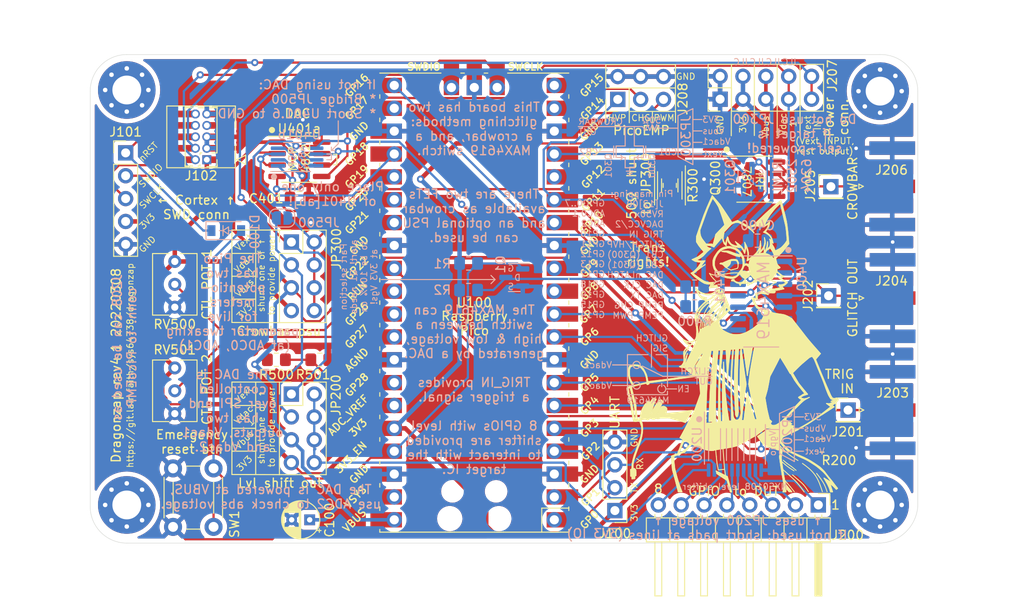
<source format=kicad_pcb>
(kicad_pcb (version 20211014) (generator pcbnew)

  (general
    (thickness 1.6)
  )

  (paper "A4")
  (title_block
    (rev "4")
  )

  (layers
    (0 "F.Cu" signal)
    (31 "B.Cu" signal)
    (32 "B.Adhes" user "B.Adhesive")
    (33 "F.Adhes" user "F.Adhesive")
    (34 "B.Paste" user)
    (35 "F.Paste" user)
    (36 "B.SilkS" user "B.Silkscreen")
    (37 "F.SilkS" user "F.Silkscreen")
    (38 "B.Mask" user)
    (39 "F.Mask" user)
    (40 "Dwgs.User" user "User.Drawings")
    (41 "Cmts.User" user "User.Comments")
    (42 "Eco1.User" user "User.Eco1")
    (43 "Eco2.User" user "User.Eco2")
    (44 "Edge.Cuts" user)
    (45 "Margin" user)
    (46 "B.CrtYd" user "B.Courtyard")
    (47 "F.CrtYd" user "F.Courtyard")
    (48 "B.Fab" user)
    (49 "F.Fab" user)
  )

  (setup
    (stackup
      (layer "F.SilkS" (type "Top Silk Screen"))
      (layer "F.Paste" (type "Top Solder Paste"))
      (layer "F.Mask" (type "Top Solder Mask") (thickness 0.01))
      (layer "F.Cu" (type "copper") (thickness 0.035))
      (layer "dielectric 1" (type "core") (thickness 1.51) (material "FR4") (epsilon_r 4.5) (loss_tangent 0.02))
      (layer "B.Cu" (type "copper") (thickness 0.035))
      (layer "B.Mask" (type "Bottom Solder Mask") (thickness 0.01))
      (layer "B.Paste" (type "Bottom Solder Paste"))
      (layer "B.SilkS" (type "Bottom Silk Screen"))
      (copper_finish "None")
      (dielectric_constraints no)
    )
    (pad_to_mask_clearance 0)
    (pcbplotparams
      (layerselection 0x00010fc_ffffffff)
      (disableapertmacros false)
      (usegerberextensions false)
      (usegerberattributes true)
      (usegerberadvancedattributes true)
      (creategerberjobfile true)
      (svguseinch false)
      (svgprecision 6)
      (excludeedgelayer true)
      (plotframeref false)
      (viasonmask false)
      (mode 1)
      (useauxorigin false)
      (hpglpennumber 1)
      (hpglpenspeed 20)
      (hpglpendiameter 15.000000)
      (dxfpolygonmode true)
      (dxfimperialunits true)
      (dxfusepcbnewfont true)
      (psnegative false)
      (psa4output false)
      (plotreference true)
      (plotvalue true)
      (plotinvisibletext false)
      (sketchpadsonfab false)
      (subtractmaskfromsilk false)
      (outputformat 1)
      (mirror false)
      (drillshape 0)
      (scaleselection 1)
      (outputdirectory "gerbers-rev4/")
    )
  )

  (net 0 "")
  (net 1 "GND")
  (net 2 "+3V3")
  (net 3 "+3.3VADC")
  (net 4 "Net-(D100-Pad1)")
  (net 5 "GPIO0")
  (net 6 "GPIO1")
  (net 7 "/controller/SWDIO")
  (net 8 "/controller/SWCLK")
  (net 9 "unconnected-(J102-Pad8)")
  (net 10 "unconnected-(J102-Pad7)")
  (net 11 "unconnected-(J102-Pad6)")
  (net 12 "Net-(J200-Pad1)")
  (net 13 "Net-(J200-Pad2)")
  (net 14 "TRIG_IN")
  (net 15 "GLITCH_OUT")
  (net 16 "Net-(J200-Pad3)")
  (net 17 "ADC0")
  (net 18 "ADC1")
  (net 19 "Net-(J200-Pad4)")
  (net 20 "Net-(J200-Pad5)")
  (net 21 "Net-(J200-Pad6)")
  (net 22 "VCC_EXT")
  (net 23 "DAC_HI")
  (net 24 "CB1_G")
  (net 25 "CB2_G")
  (net 26 "GPIO_EN")
  (net 27 "MAX_SW_B")
  (net 28 "MAX_SW_A")
  (net 29 "MAX_EN")
  (net 30 "GPIO2")
  (net 31 "GPIO3")
  (net 32 "GPIO4")
  (net 33 "GPIO5")
  (net 34 "GPIO6")
  (net 35 "GLITCH_SIG")
  (net 36 "GPIO7")
  (net 37 "GPIO8")
  (net 38 "GPIO9")
  (net 39 "unconnected-(U100-Pad30)")
  (net 40 "DAC_nL")
  (net 41 "DAC_CLK")
  (net 42 "DAC_TX")
  (net 43 "EMERG_SHDN")
  (net 44 "~{EMERG_SHDN}")
  (net 45 "unconnected-(U100-Pad39)")
  (net 46 "Net-(J200-Pad7)")
  (net 47 "DAC_LO")
  (net 48 "CROWBAR")
  (net 49 "/gpio/TAR_VCCIO")
  (net 50 "Net-(J200-Pad8)")
  (net 51 "ADC2")
  (net 52 "PICOEMP_PWM")
  (net 53 "PICOEMP_CHG")
  (net 54 "VBUS")
  (net 55 "CB_VCC")

  (footprint "Resistor_SMD:R_0805_2012Metric_Pad1.20x1.40mm_HandSolder" (layer "F.Cu") (at 135.128 87.179 90))

  (footprint "Connector_Coaxial:SMA_Amphenol_132289_EdgeMount" (layer "F.Cu") (at 159.845 87.287))

  (footprint "MountingHole:MountingHole_3.2mm_M3_Pad_Via" (layer "F.Cu") (at 158.496 122.682))

  (footprint "Connector_PinHeader_2.54mm:PinHeader_2x04_P2.54mm_Vertical" (layer "F.Cu") (at 93.091 93.472))

  (footprint "Connector_PinHeader_2.54mm:PinHeader_2x05_P2.54mm_Vertical" (layer "F.Cu") (at 140.721 77.602 90))

  (footprint "Connector_PinHeader_2.54mm:PinHeader_1x01_P2.54mm_Vertical" (layer "F.Cu") (at 152.776 99.441))

  (footprint "Resistor_SMD:R_2010_5025Metric_Pad1.40x2.65mm_HandSolder" (layer "F.Cu") (at 135.128 87.179 90))

  (footprint "Connector_PinHeader_2.54mm:PinHeader_1x08_P2.54mm_Horizontal" (layer "F.Cu") (at 151.638 122.682 -90))

  (footprint "Connector_PinHeader_2.54mm:PinHeader_2x04_P2.54mm_Vertical" (layer "F.Cu") (at 93.091 110.363))

  (footprint "Potentiometer_THT:Potentiometer_Vishay_T73XW_Horizontal" (layer "F.Cu") (at 80.137 95.631))

  (footprint "Connector_PinHeader_2.54mm:PinHeader_1x01_P2.54mm_Vertical" (layer "F.Cu") (at 153.03 87.317))

  (footprint "Resistor_SMD:R_0805_2012Metric_Pad1.20x1.40mm_HandSolder" (layer "F.Cu") (at 152.035 116.078 180))

  (footprint "MCU_RaspberryPi_and_Boards:RPi_Pico_SMD_TH" (layer "F.Cu") (at 113.411 100.203 180))

  (footprint "Connector_PinHeader_1.27mm:PinHeader_2x05_P1.27mm_Vertical" (layer "F.Cu") (at 83.694 84.326 180))

  (footprint "lethalbit-connectors:FTSH-105-01-L-DV-K-TR" (layer "F.Cu") (at 83.059 81.786 90))

  (footprint "Resistor_SMD:R_0805_2012Metric_Pad1.20x1.40mm_HandSolder" (layer "F.Cu") (at 91.424 106.553))

  (footprint "Potentiometer_THT:Potentiometer_Vishay_T73XW_Horizontal" (layer "F.Cu") (at 80.137 107.457))

  (footprint "Resistor_SMD:R_2512_6332Metric_Pad1.40x3.35mm_HandSolder" (layer "F.Cu") (at 135.15 87.179 90))

  (footprint "Capacitor_SMD:C_0805_2012Metric_Pad1.18x1.45mm_HandSolder" (layer "F.Cu") (at 93.98 88.598819 180))

  (footprint "Capacitor_THT:CP_Radial_D4.0mm_P2.00mm" (layer "F.Cu") (at 95.123 124.333 180))

  (footprint "Resistor_SMD:R_1206_3216Metric_Pad1.30x1.75mm_HandSolder" (layer "F.Cu") (at 135.128 87.179 90))

  (footprint "MountingHole:MountingHole_3.2mm_M3_Pad_Via" (layer "F.Cu") (at 158.496 76.708))

  (footprint "Connector_PinHeader_2.54mm:PinHeader_1x01_P2.54mm_Vertical" (layer "F.Cu") (at 154.94 112.141))

  (footprint "graphics:xenia" (layer "F.Cu")
    (tedit 61C154B6) (tstamp baf18278-d51c-443e-9972-c8c9ba5d7493)
    (at 143.4789 104.902)
    (attr through_hole)
    (fp_text reference "XENIA" (at 0 0.5) (layer "F.SilkS") hide
      (effects (font (size 1 1) (thickness 0.15)))
      (tstamp 2ab096f1-5e2e-4948-88f7-ee80da352ce9)
    )
    (fp_text value "xenia" (at 0 -0.5) (layer "F.Fab")
      (effects (font (size 1 1) (thickness 0.15)))
      (tstamp fc47ad18-c916-4f04-8460-6a5fb9138c7e)
    )
    (fp_line (start -0.087449 -8.809657) (end 0.146027 -8.894909) (layer "F.SilkS") (width 0.1) (tstamp 00486478-893b-425b-a5bc-a7e44ca55943))
    (fp_line (start 2.120427 -10.202538) (end 2.241183 -10.185531) (layer "F.SilkS") (width 0.1) (tstamp 0234d303-1347-4357-9ac8-112e8e6ab5f3))
    (fp_line (start 4.330047 -6.234346) (end 4.089216 -6.498479) (layer "F.SilkS") (width 0.1) (tstamp 02d5be24-1036-4d78-b8b7-1b443d15e7c8))
    (fp_line (start 3.24756 9.045381) (end 3.4801 8.89316) (layer "F.SilkS") (width 0.1) (tstamp 0453b7e4-e0e7-4cb5-8648-bec6a813bdeb))
    (fp_line (start 0.260403 -6.891084) (end -0.332851 -6.886832) (layer "F.SilkS") (width 0.1) (tstamp 069f3316-bcd2-4604-a333-7165193738be))
    (fp_line (start -3.758068 -6.759273) (end -3.963863 -6.339774) (layer "F.SilkS") (width 0.1) (tstamp 087708f1-e1e9-4263-81e5-92e875871b86))
    (fp_line (start -9.297786 4.012324) (end -10.724534 4.222797) (layer "F.SilkS") (width 0.1) (tstamp 088a5abf-5280-4acd-9be5-182deee4161f))
    (fp_line (start 0.359176 -6.835298) (end 0.320909 -6.836064) (layer "F.SilkS") (width 0.1) (tstamp 09ddd339-86e0-4167-9e67-6513769a8304))
    (fp_line (start -11.079063 8.253324) (end -11.346087 8.129166) (layer "F.SilkS") (width 0.1) (tstamp 0a1dbe60-6997-4f4e-b4aa-4ec0085281f7))
    (fp_line (start 0.636957 -7.835127) (end 0.567013 -8.025403) (layer "F.SilkS") (width 0.1) (tstamp 0a9d52bd-4852-44a8-82f7-f0b2e974bf90))
    (fp_line (start 0.978307 -7.395325) (end 1.596288 -7.079446) (layer "F.SilkS") (width 0.1) (tstamp 0b28e9dc-79a6-45c1-9c4d-325ada2cc88d))
    (fp_line (start -0.023841 -7.012478) (end 0.260403 -6.891084) (layer "F.SilkS") (width 0.1) (tstamp 0b379b3e-c12a-4629-a430-1567b828b4a9))
    (fp_line (start -4.650002 0.989642) (end -3.764935 0.613726) (layer "F.SilkS") (width 0.1) (tstamp 0f956713-c3d9-4b4c-8b52-a74d6d57ce5b))
    (fp_line (start -0.40371 -6.811827) (end 0.321759 -6.836064) (layer "F.SilkS") (width 0.1) (tstamp 10fd1d94-746f-466c-84a0-aa85c04b7684))
    (fp_line (start 3.479802 11.455544) (end 3.948093 11.551703) (layer "F.SilkS") (width 0.1) (tstamp 1164e296-14e5-4a5e-b2f3-44f1d36e7550))
    (fp_line (start 2.98583 -11.581707) (end 2.741129 -11.748809) (layer "F.SilkS") (width 0.1) (tstamp 12ec9af5-fae0-487c-9f32-ec0f72c4cf1f))
    (fp_line (start -4.381109 -11.064391) (end -4.310739 -11.182596) (layer "F.SilkS") (width 0.1) (tstamp 13666fea-91c0-4fec-bb70-a04cdbcf337e))
    (fp_line (start -0.404795 0.395004) (end -0.462196 0.395218) (layer "F.SilkS") (width 0.1) (tstamp 1399d9fd-892e-4c6d-94d4-e65f4b8d90fb))
    (fp_line (start -1.858607 -3.896465) (end -3.018353 -2.837788) (layer "F.SilkS") (width 0.1) (tstamp 14127424-0f91-4793-8a8a-36511132b3fd))
    (fp_line (start -3.250381 11.652943) (end -2.433578 11.510927) (layer "F.SilkS") (width 0.1) (tstamp 1485f998-b07f-4385-8f35-cac19f2827b9))
    (fp_line (start -8.886174 7.308196) (end -8.901056 7.197645) (layer "F.SilkS") (width 0.1) (tstamp 156d07b6-f60e-459b-b98a-29b8c699efdc))
    (fp_line (start -12.551074 13.779714) (end -12.706696 13.860076) (layer "F.SilkS") (width 0.1) (tstamp 16a71bba-04ef-4283-a06b-f6e9ba8ea3c4))
    (fp_line (start -5.127987 3.687899) (end -5.047837 3.724891) (layer "F.SilkS") (width 0.1) (tstamp 16ec19e3-7b49-453e-80e4-246815f99f56))
    (fp_line (start 0.998035 -5.007568) (end 1.417534 -4.961009) (layer "F.SilkS") (width 0.1) (tstamp 18457aad-4f9d-4c40-a5cc-fb25084ce7be))
    (fp_line (start -5.027428 3.476363) (end -5.115231 3.542269) (layer "F.SilkS") (width 0.1) (tstamp 185cec19-d583-42a6-bbf6-9e4403a7b0ce))
    (fp_line (start -6.740291 2.002993) (end -6.697559 1.323252) (layer "F.SilkS") (width 0.1) (tstamp 19b8a416-d457-47c0-a7b0-da25cad6c5a1))
    (fp_line (start -0.007897 -7.388394) (end -0.050628 -7.071368) (layer "F.SilkS") (width 0.1) (tstamp 1c4a967a-d9ff-4163-bb2a-95ccc3501bb3))
    (fp_line (start -0.670522 -6.851881) (end -0.53786 -6.616024) (layer "F.SilkS") (width 0.1) (tstamp 1c5c7e2f-94b3-4b5e-b4ad-c0a6563fc67e))
    (fp_line (start -10.908538 4.337111) (end -10.835617 4.409819) (layer "F.SilkS") (width 0.1) (tstamp 1e0ba953-460b-4ddb-ba5b-e01c556e61f7))
    (fp_line (start 4.90149 16.307955) (end 5.210438 16.322837) (layer "F.SilkS") (width 0.1) (tstamp 1f5d8d4c-52db-4d4d-99bb-fd209dbbc195))
    (fp_line (start -1.262672 0.453299) (end -1.363656 0.468181) (layer "F.SilkS") (width 0.1) (tstamp 1f69b1f6-9fed-42d7-9e08-09f288c476bc))
    (fp_line (start 2.998458 8.928026) (end 2.798403 8.735837) (layer "F.SilkS") (width 0.1) (tstamp 1fb3f6bd-66d7-4a74-a144-ae01112ff895))
    (fp_line (start -2.982169 0.583537) (end -2.699243 0.577159) (layer "F.SilkS") (width 0.1) (tstamp 20a0f469-5ae6-4e36-8ff6-79100ece3f30))
    (fp_line (start 0.566716 -8.025531) (end 0.636661 -7.835255) (layer "F.SilkS") (width 0.1) (tstamp 21a2e357-9ad7-4e55-9783-020864723576))
    (fp_line (start -2.922258 -2.660056) (end -1.647369 -3.924825) (layer "F.SilkS") (width 0.1) (tstamp 23781219-648c-45af-8566-464b78a6f9ff))
    (fp_line (start -0.590372 -6.842654) (end -0.464088 -6.840528) (layer "F.SilkS") (width 0.1) (tstamp 23b5355a-334f-4bc1-a3a3-bcd5e8aabe03))
    (fp_line (start -0.271007 -9.616787) (end -0.136007 -9.641874) (layer "F.SilkS") (width 0.1) (tstamp 23f55bc5-218f-4c81-bcc4-297aa64fa0b2))
    (fp_line (start 7.736937 1.655947) (end 7.847488 1.605774) (layer "F.SilkS") (width 0.1) (tstamp 252382df-08a7-4b0b-8609-1072db1e998e))
    (fp_line (start -1.871555 -11.918931) (end -1.940225 -12.001419) (layer "F.SilkS") (width 0.1) (tstamp 2566906f-dee1-4d49-aa89-42683ad37200))
    (fp_line (start -2.231462 -13.327246) (end -3.235395 -12.265232) (layer "F.SilkS") (width 0.1) (tstamp 25b94296-ce9e-441c-ba5a-3999d9179a7f))
    (fp_line (start 4.695249 -11.592294) (end 4.867028 -11.229431) (layer "F.SilkS") (width 0.1) (tstamp 2609c5fc-6f5a-49bd-a40b-c12eaada5a92))
    (fp_line (start 4.588609 8.485737) (end 4.879742 8.498492) (layer "F.SilkS") (width 0.1) (tstamp 275e3c89-0d83-4a85-9571-5807c3e775e6))
    (fp_line (start 1.219052 9.973394) (end 1.334493 9.873048) (layer "F.SilkS") (width 0.1) (tstamp 276b13d7-0a57-419c-8da2-e837b16f8ff4))
    (fp_line (start 0.832973 -5.261113) (end 0.774721 -5.194995) (layer "F.SilkS") (width 0.1) (tstamp 27f73be5-5b6d-4dcd-9c2b-08178b3c0f10))
    (fp_line (start 3.878467 -6.660457) (end 3.824042 -6.69915) (layer "F.SilkS") (width 0.1) (tstamp 284e6dc9-3ac5-4cda-bd41-857fb98d4679))
    (fp_line (start -4.421864 -8.927692) (end -5.015118 -8.576139) (layer "F.SilkS") (width 0.1) (tstamp 28797dd3-5c25-40ea-9029-91b4bdf67bc8))
    (fp_line (start -6.053407 10.967866) (end -5.922871 11.018039) (layer "F.SilkS") (width 0.1) (tstamp 28d5ed17-1bf9-4c62-b49a-5fe63f5fcad7))
    (fp_line (start -3.125587 -6.648084) (end -3.692013 -6.537745) (layer "F.SilkS") (width 0.1) (tstamp 292a37f1-a8d7-4049-8d9e-d154cb6269d5))
    (fp_line (start -3.963863 -6.339774) (end -3.148187 -6.432892) (layer "F.SilkS") (width 0.1) (tstamp 29d26dd1-1c9b-4097-8348-63ab0c86a559))
    (fp_line (start -0.136007 -9.641597) (end -0.271007 -9.616511) (layer "F.SilkS") (width 0.1) (tstamp 2b1d77fe-f78d-4ff8-b505-0f28f2dbc7c6))
    (fp_line (start -2.567432 -10.399893) (end -2.567432 -10.400064) (layer "F.SilkS") (width 0.1) (tstamp 2d8c2e79-0ca6-4cac-bd97-7ed59984e6ca))
    (fp_line (start -3.612693 8.448277) (end -3.623323 8.650245) (layer "F.SilkS") (width 0.1) (tstamp 2db2a178-64e5-43fc-91c6-f6bb623ee10e))
    (fp_line (start 0.831253 0.253265) (end 1.081438 0.212021) (layer "F.SilkS") (width 0.1) (tstamp 2e9befe8-1ba6-44c4-8c0c-2f6b67d813e8))
    (fp_line (start -2.265074 13.818492) (end -2.151546 14.500359) (layer "F.SilkS") (width 0.1) (tstamp 2f15d41d-727f-4089-af4d-eed812228f8d))
    (fp_line (start -3.465554 0.613726) (end -2.982169 0.583537) (layer "F.SilkS") (width 0.1) (tstamp 2f4fca68-ad3d-42af-a65a-2dfd84c64f23))
    (fp_line (start 3.824042 -6.69915) (end 3.76579 -6.598166) (layer "F.SilkS") (width 0.1) (tstamp 2f8fab55-05ca-4686-80f5-c3c168b9b405))
    (fp_line (start 3.802463 11.057008) (end 4.193772 10.248454) (layer "F.SilkS") (width 0.1) (tstamp 2fa1b765-b805-47fc-bf33-7549704c7989))
    (fp_line (start 4.525042 15.474081) (end 4.581806 15.914436) (layer "F.SilkS") (width 0.1) (tstamp 318e2232-f227-48be-bc7e-28bc039cbe1a))
    (fp_line (start 0.320909 -6.836064) (end 0.323034 -6.596465) (layer "F.SilkS") (width 0.1) (tstamp 31dcfa14-92b3-40c0-9b7e-3e11dc0058e1))
    (fp_line (start -1.479203 -7.201053) (end -1.470699 -7.127281) (layer "F.SilkS") (width 0.1) (tstamp 321f985d-c802-49a4-b839-d957d45e8880))
    (fp_line (start -2.768188 -9.031568) (end -2.728921 -9.000571) (layer "F.SilkS") (width 0.1) (tstamp 328d1402-4958-47d2-b0f1-71018e3fb92d))
    (fp_line (start -0.523191 -6.729339) (end -0.516813 -6.620064) (layer "F.SilkS") (width 0.1) (tstamp 32e61bfc-d546-4722-ac49-cbb99c79a789))
    (fp_line (start -4.310717 -11.182319) (end -4.381087 -11.064115) (layer "F.SilkS") (width 0.1) (tstamp 3333a437-094a-4126-981c-1a90640c11d7))
    (fp_line (start -0.53786 -6.616024) (end -0.522978 -6.728701) (layer "F.SilkS") (width 0.1) (tstamp 33ea8dc4-877d-4756-9eec-56ecc269d0d6))
    (fp_line (start -2.42565 8.523069) (end -2.710361 8.529447) (layer "F.SilkS") (width 0.1) (tstamp 351d5969-2e3a-436e-a584-701985869a16))
    (fp_line (start -3.548467 -11.102808) (end -3.680278 -11.20443) (layer "F.SilkS") (width 0.1) (tstamp 36bf2b67-6c66-4f57-9dcc-180452d3e2dc))
    (fp_line (start -10.667452 4.294378) (end -10.705294 4.290126) (layer "F.SilkS") (width 0.1) (tstamp 38dc9787-3773-4a65-9eac-77f34d6df8dc))
    (fp_line (start -12.671829 14.588332) (end -12.551286 14.590458) (layer "F.SilkS") (width 0.1) (tstamp 3949f8f3-4972-460a-90a0-6906b5d7ca76))
    (fp_line (start 3.981279 10.706561) (end 3.921327 10.860227) (layer "F.SilkS") (width 0.1) (tstamp 3b861d3c-b38d-4322-b67b-d95ab0619cc6))
    (fp_line (start 9.914625 6.87845) (end 9.630849 6.725166) (layer "F.SilkS") (width 0.1) (tstamp 3bf5a303-d45e-4366-b8e2-9eef9aa4ea37))
    (fp_line (start -1.955062 14.629087) (end -1.482966 16.326622) (layer "F.SilkS") (width 0.1) (tstamp 3d234cf4-d2a0-4b1e-b0ed-33b40ca1bbce))
    (fp_line (start -2.482371 0.53921) (end -2.699349 0.578328) (layer "F.SilkS") (width 0.1) (tstamp 3d6a7394-0229-439d-98ea-24fb7b7d0870))
    (fp_line (start -5.819251 -0.058596) (end -5.782259 -0.164257) (layer "F.SilkS") (width 0.1) (tstamp 3ecd5e71-045c-45dd-959d-3e97c8e33089))
    (fp_line (start -3.785279 -2.270788) (end -4.94377 -1.700982) (layer "F.SilkS") (width 0.1) (tstamp 3f60471a-e684-4c40-916a-dc05757982ce))
    (fp_line (start 3.76579 -6.598166) (end 3.956065 -6.349596) (layer "F.SilkS") (width 0.1) (tstamp 3f775266-cc7f-49e6-b89d-e69ba5f3895e))
    (fp_line (start 3.761942 -7.448985) (end 4.562098 -6.916851) (layer "F.SilkS") (width 0.1) (tstamp 401fc27b-55c2-4d17-b7a9-17271cdee251))
    (fp_line (start -3.619092 -4.014223) (end -4.053048 -3.440186) (layer "F.SilkS") (width 0.1) (tstamp 41e173df-b769-4562-86b0-af2aff66057d))
    (fp_line (start 0.321759 -6.836064) (end 0.360027 -6.835298) (layer "F.SilkS") (width 0.1) (tstamp 43797be8-9d42-485f-bc6b-0544d45927b2))
    (fp_line (start 10.256122 6.014427) (end 10.165768 5.934065) (layer "F.SilkS") (width 0.1) (tstamp 4459b91b-d937-4427-a170-e7027c4df452))
    (fp_line (start -1.482966 16.326622) (end -1.613502 16.326622) (layer "F.SilkS") (width 0.1) (tstamp 46605a33-9342-4627-adea-08a0c3dd1775))
    (fp_line (start -2.364145 -5.272232) (end -2.325452 -5.192508) (layer "F.SilkS") (width 0.1) (tstamp 47476406-4d27-4820-aefe-eb91485cd792))
    (fp_line (start -1.200487 -7.170056) (end -1.200487 -7.170056) (layer "F.SilkS") (width 0.1) (tstamp 47bd3e42-5e60-4145-b4ff-ba2ead23635e))
    (fp_line (start -10.724534 4.222797) (end -10.772326 4.101105) (layer "F.SilkS") (width 0.1) (tstamp 487c4890-ae05-4d1e-8757-f717bdd9f770))
    (fp_line (start -1.29977 -7.131533) (end -0.950173 -6.910133) (layer "F.SilkS") (width 0.1) (tstamp 48f5ac3f-19ad-4208-9449-373c6d6bed43))
    (fp_line (start -0.419655 -9.922015) (end -0.584419 -9.95518) (layer "F.SilkS") (width 0.1) (tstamp 499f0043-d011-4c69-b76f-552cc2e709c0))
    (fp_line (start -10.859577 4.243461) (end -10.870207 4.151406) (layer "F.SilkS") (width 0.1) (tstamp 4b724a58-7782-4fb0-85bb-73cee8bfacec))
    (fp_line (start -3.623323 8.650245) (end -4.324302 8.722316) (layer "F.SilkS") (width 0.1) (tstamp 4c7ee18f-1e28-4990-b358-0d20ba5f3a19))
    (fp_line (start 2.278047 -6.178114) (end 2.254661 -6.053744) (layer "F.SilkS") (width 0.1) (tstamp 4cd7b6b4-85c9-4884-8f10-e79b6ed8c90b))
    (fp_line (start -10.857408 4.242058) (end -10.859577 4.243461) (layer "F.SilkS") (width 0.1) (tstamp 4cf1650d-f012-4b15-ad31-a94564f120f8))
    (fp_line (start 0.636661 -7.835255) (end 0.978307 -7.395325) (layer "F.SilkS") (width 0.1) (tstamp 4d1172a0-a1e6-4e5d-b676-3dfbdc70f814))
    (fp_line (start 4.368889 -7.671512) (end 4.228999 -7.648126) (layer "F.SilkS") (width 0.1) (tstamp 4ea04a5a-7a78-43fb-87d5-86eb2afcea5f))
    (fp_line (start 10.027621 6.192797) (end 10.256122 6.014427) (layer "F.SilkS") (width 0.1) (tstamp 51b18456-8852-4cce-ad37-628dd1c4103a))
    (fp_line (start 0.975627 -7.108827) (end 0.990509 -7.046749) (layer "F.SilkS") (width 0.1) (tstamp 52064152-4b25-4796-8ab1-2e49f3df562c))
    (fp_line (start 5.077543 8.647949) (end 4.922346 8.701524) (layer "F.SilkS") (width 0.1) (tstamp 53bc95a0-a6b5-4bd3-8806-205d384c6e1c))
    (fp_line (start -2.943709 -5.906668) (end -2.916242 -5.843484) (layer "F.SilkS") (width 0.1) (tstamp 54c05bf1-249d-4ed0-aee6-f8cef4715275))
    (fp_line (start 4.587334 8.28802) (end 4.484224 8.388366) (layer "F.SilkS") (width 0.1) (tstamp 54d05816-bdfa-450b-939f-fffbc2d3c01c))
    (fp_line (start -3.764935 0.613726) (end -3.465554 0.613726) (layer "F.SilkS") (width 0.1) (tstamp 56614d25-92fe-4928-ba13-f50ff5bf48ed))
    (fp_line (start 5.210438 16.322837) (end 4.525042 15.474081) (layer "F.SilkS") (width 0.1) (tstamp 57d20178-cd72-4cdf-a6b0-742aea76d37b))
    (fp_line (start -0.446932 -6.922464) (end -0.749927 -6.933093) (layer "F.SilkS") (width 0.1) (tstamp 58166378-73e4-4c77-abf1-b61da426c963))
    (fp_line (start -7.002722 16.306531) (end -7.404278 16.31157) (layer "F.SilkS") (width 0.1) (tstamp 5964804a-9ffe-4905-9f1b-c960fc5465a3))
    (fp_line (start -8.901056 7.197645) (end -8.941025 7.197645) (layer "F.SilkS") (width 0.1) (tstamp 59f58cc4-3f08-4913-804c-7831fc56d6da))
    (fp_line (start 1.092131 -7.182599) (end 0.975627 -7.108827) (layer "F.SilkS") (width 0.1) (tstamp 5ac91684-976e-43dc-b66d-88fa3cf7602b))
    (fp_line (start 7.847488 1.605774) (end 8.38802 0.97155) (layer "F.SilkS") (width 0.1) (tstamp 5c52001a-44b6-4827-8867-9a065693af27))
    (fp_line (start 5.416744 9.020209) (end 5.234122 9.134162) (layer "F.SilkS") (width 0.1) (tstamp 5c5e0318-a0e1-4f94-8225-4bad5445ea6d))
    (fp_line (start 9.500845 16.316587) (end 9.731897 16.316587) (layer "F.SilkS") (width 0.1) (tstamp 5cdfe313-8605-4373-9a45-7b9f1b58e8c5))
    (fp_line (start -12.612153 4.669636) (end -12.765862 4.730652) (layer "F.SilkS") (width 0.1) (tstamp 5d6e084a-605f-4d05-bcd6-23a747bd3e0e))
    (fp_line (start -5.125052 3.690641) (end -5.114422 3.531405) (layer "F.SilkS") (width 0.1) (tstamp 5e0252fd-2729-4e36-b2cc-c7766dba6189))
    (fp_line (start -12.765862 4.730652) (end -12.281945 6.716322) (layer "F.SilkS") (width 0.1) (tstamp 5e807c14-eb72-4699-ac5c-0e22b3b90689))
    (fp_line (start -3.415423 -5.326615) (end -3.508541 -5.332993) (layer "F.SilkS") (width 0.1) (tstamp 5ef3d067-71f0-41ac-ba39-98068649edc9))
    (fp_line (start -3.680278 -11.20443) (end -4.310717 -11.182319) (layer "F.SilkS") (width 0.1) (tstamp 600a3b4b-ae4b-4461-b5a0-b102a630e6e4))
    (fp_line (start -0.516813 -6.620064) (end -0.40371 -6.811827) (layer "F.SilkS") (width 0.1) (tstamp 606c3e55-7d61-412d-adac-41bf5f1f1a73))
    (fp_line (start -3.763999 0.614406) (end -4.65096 0.989557) (layer "F.SilkS") (width 0.1) (tstamp 61bd4437-060d-40c1-add9-cb29405c70c7))
    (fp_line (start -12.324316 14.531951) (end -12.328568 14.687573) (layer "F.SilkS") (width 0.1) (tstamp 61d9b81b-8499-4933-91ed-7a8972810007))
    (fp_line (start -6.730724 2.520138) (end -6.790889 2.401721) (layer "F.SilkS") (width 0.1) (tstamp 62b6ceae-4979-4c7f-9abb-9d942b9ab846))
    (fp_line (start -0.023819 -7.012265) (end -0.050733 -7.071495) (layer "F.SilkS") (width 0.1) (tstamp 633ad3b8-63c2-4a66-ba43-ec1b2327d590))
    (fp_line (start 2.575111 -5.582519) (end 2.566607 -5.800008) (layer "F.SilkS") (width 0.1) (tstamp 6349601a-3c16-49a3-9c53-44ba3301fa17))
    (fp_line (start -12.123177 8.513863) (end -11.715753 8.379501) (layer "F.SilkS") (width 0.1) (tstamp 634c972d-457b-4606-97bd-158cc6774626))
    (fp_line (start -1.200487 -7.170056) (end -1.189857 -7.253607) (layer "F.SilkS") (width 0.1) (tstamp 644c1aa7-bb47-43ff-9985-f1193c633b37))
    (fp_line (start -0.097144 8.381542) (end -0.383216 8.400676) (layer "F.SilkS") (width 0.1) (tstamp 64d7714a-7974-44e3-aea4-f93dec72bbab))
    (fp_line (start -2.982275 0.584047) (end -3.46566 0.614236) (layer "F.SilkS") (width 0.1) (tstamp 65672bfe-b9ee-41a0-973c-1f20f79e074b))
    (fp_line (start -0.522978 -6.728701) (end -0.590372 -6.842654) (layer "F.SilkS") (width 0.1) (tstamp 66ae6362-5d73-429e-895c-b93ac4034e8b))
    (fp_line (start -2.922257 -2.659503) (end -3.018352 -2.837236) (layer "F.SilkS") (width 0.1) (tstamp 67696688-aeb4-4c05-bfdd-17ff57e0fa8a))
    (fp_line (start 4.463814 8.29865) (end 4.587334 8.28802) (layer "F.SilkS") (width 0.1) (tstamp 6adb7440-4967-4c53-ab45-3e8efe9276db))
    (fp_line (start -0.552019 -7.920528) (end -0.353877 -8.180791) (layer "F.SilkS") (width 0.1) (tstamp 6b210527-4628-4b35-bcc0-57c051da3023))
    (fp_line (start 1.550897 -10.19699) (end 1.669101 -10.238234) (layer "F.SilkS") (width 0.1) (tstamp 6f6d94a2-ff06-468f-93cb-7d1121493be0))
    (fp_line (start 5.099335 3.181341) (end 5.269838 3.103317) (layer "F.SilkS") (width 0.1) (tstamp 6faf2824-be38-492e-a01b-4c105834407a))
    (fp_line (start -4.244621 -5.197036) (end -4.324345 -5.268894) (layer "F.SilkS") (width 0.1) (tstamp 6fe73f15-5d69-4a4e-893e-03eb09e9b7d7))
    (fp_line (start 1.655283 -10.326037) (end 1.550897 -10.19699) (layer "F.SilkS") (width 0.1) (tstamp 71407632-595c-426e-b6ae-4fb2a403e147))
    (fp_line (start 1.551599 -10.196373) (end 1.654071 -10.325909) (layer "F.SilkS") (width 0.1) (tstamp 71e17ce2-3f5c-4367-9839-08c5c57f36de))
    (fp_line (start -10.85964 4.243567) (end -10.851137 4.309473) (layer "F.SilkS") (width 0.1) (tstamp 7222796c-3f24-42f8-95ec-33d97cdbe82f))
    (fp_line (start -10.870207 4.151406) (end -12.356801 4.505467) (layer "F.SilkS") (width 0.1) (tstamp 7332bdd2-7696-49e9-b942-e09fe05346ae))
    (fp_line (start -12.555538 14.874192) (end -12.244166 14.849105) (layer "F.SilkS") (width 0.1) (tstamp 73bf2484-d5f9-4ce1-ab83-d710b7907529))
    (fp_line (start -0.050628 -7.071368) (end -0.023841 -7.012478) (layer "F.SilkS") (width 0.1) (tstamp 75ebcaaf-8f91-4bce-95da-35daf284b36b))
    (fp_line (start -2.023604 -4.398792) (end -2.056557 -4.497672) (layer "F.SilkS") (width 0.1) (tstamp 76bcc96a-79c2-4aa1-a653-745cf373720e))
    (fp_line (start 0.360027 -6.835298) (end 0.467176 -6.79129) (layer "F.SilkS") (width 0.1) (tstamp 7879fd6d-8523-40e9-ac87-65ed2628002c))
    (fp_line (start 3.26967 -5.791504) (end 3.374481 -5.900354) (layer "F.SilkS") (width 0.1) (tstamp 78c24dc1-6743-421c-b77c-2fe33b473e4c))
    (fp_line (start -1.470699 -7.127281) (end -1.29977 -7.131533) (layer "F.SilkS") (width 0.1) (tstamp 7923463f-888c-4fc0-b98f-03078496b1b6))
    (fp_line (start 1.596288 -7.079446) (end 2.337853 -6.991643) (layer "F.SilkS") (width 0.1) (tstamp 7a78aae9-59d5-44fd-a5a4-d12a5851aac3))
    (fp_line (start -6.744393 10.596839) (end -5.920744 11.018719) (layer "F.SilkS") (width 0.1) (tstamp 7af554a0-1aea-4bf6-b62d-f529a38d9de6))
    (fp_line (start 3.74706 -7.542316) (end 3.761942 -7.448985) (layer "F.SilkS") (width 0.1) (tstamp 7d46158a-6f68-4d38-be89-e25c900413e7))
    (fp_line (start 3.948093 11.551703) (end 3.802463 11.057008) (layer "F.SilkS") (width 0.1) (tstamp 7f1cd457-f3e0-4118-9041-74f0c4e433d8))
    (fp_line (start 3.952132 10.372397) (end 3.479802 11.455544) (layer "F.SilkS") (width 0.1) (tstamp 7f25c6dd-2bd2-4dba-b030-ccbee8cc0425))
    (fp_line (start 4.867007 -11.229325) (end 4.695227 -11.592231) (layer "F.SilkS") (width 0.1) (tstamp 801e609c-68c5-4efc-a779-888769f67fd8))
    (fp_line (start 9.552655 6.270651) (end 9.957527 6.281281) (layer "F.SilkS") (width 0.1) (tstamp 816dc656-ef63-4b7e-ba23-93c421a09dd9))
    (fp_line (start -10.835617 4.409819) (end -10.692538 4.354544) (layer "F.SilkS") (width 0.1) (tstamp 81a6647b-fb92-470f-859a-839cff2bfa41))
    (fp_line (start -2.265074 13.81847) (end -2.435578 11.510119) (layer "F.SilkS") (width 0.1) (tstamp 823a9a53-cb4b-4f57-9558-1ba1cf975f33))
    (fp_line (start 5.09942 3.182085) (end 5.099335 3.181341) (layer "F.SilkS") (width 0.1) (tstamp 832a8494-eaf2-41bb-a79b-9bd3869ba972))
    (fp_line (start -2.839558 -5.555073) (end -2.839345 -5.555094) (layer "F.SilkS") (width 0.1) (tstamp 84ce0be5-0412-4bdd-83e3-854a7a710ced))
    (fp_line (start -2.790809 -5.240427) (end -2.57719 -5.718179) (layer "F.SilkS") (width 0.1) (tstamp 84d2254b-f203-44d6-b45c-79b312eb19ef))
    (fp_line (start -3.983039 8.479741) (end -3.612693 8.448277) (layer "F.SilkS") (width 0.1) (tstamp 881ba6c1-962a-43e8-acdf-1c75a4cb2656))
    (fp_line (start 2.911548 -11.493032) (end 3.13129 -11.295316) (layer "F.SilkS") (width 0.1) (tstamp 8b34cb3e-4808-4723-abeb-99f377bbe23f))
    (fp_line (start -0.578892 -9.823156) (end -0.419655 -9.922015) (layer "F.SilkS") (width 0.1) (tstamp 8b609dc3-d402-489e-93c7-a8286dd10662))
    (fp_line (start -3.013421 -6.014668) (end -3.06859 -6.173224) (layer "F.SilkS") (width 0.1) (tstamp 902a411f-6335-4f06-8cf1-f0ed80a2cb8a))
    (fp_line (start -0.332851 -6.886832) (end -0.023819 -7.012265) (layer "F.SilkS") (width 0.1) (tstamp 910b5ca3-160a-4289-ac0e-edddfbb8cc23))
    (fp_line (start 4.879742 8.498492) (end 4.786411 8.608406) (layer "F.SilkS") (width 0.1) (tstamp 92425964-3db1-4a0a-86ee-ecbd90311ff8))
    (fp_line (start -2.68655 -9.085993) (end -2.768188 -9.031568) (layer "F.SilkS") (width 0.1) (tstamp 92f206ba-0b74-4aff-a139-97255e30fd4b))
    (fp_line (start -2.699243 0.577159) (end -2.482265 0.538041) (layer "F.SilkS") (width 0.1) (tstamp 9374eae1-1721-491f-8000-bfbbb5c8d606))
    (fp_line (start 5.423717 9.377374) (end 5.570623 9.455611) (layer "F.SilkS") (width 0.1) (tstamp 946a8f93-f8a6-49ed-be65-22cf14da1914))
    (fp_line (start -10.705294 4.290126) (end -10.773113 4.101764) (layer "F.SilkS") (width 0.1) (tstamp 96b8b711-f40d-4aae-a044-c048034ee1fe))
    (fp_line (start 3.55787 -8.163018) (end 3.585933 -8.535108) (layer "F.SilkS") (width 0.1) (tstamp 97eaa1e2-9166-4553-a1d6-ea99a7ba73fb))
    (fp_line (start -2.093805 0.514655) (end -1.899489 4.624204) (layer "F.SilkS") (width 0.1) (tstamp 9a3dec6c-1ff7-4f04-98b4-bff75dbe2572))
    (fp_line (start -7.212683 10.307067) (end -6.744393 10.596839) (layer "F.SilkS") (width 0.1) (tstamp 9aa35107-bd21-4263-aaeb-f87889d0726a))
    (fp_line (start -8.961434 7.519094) (end -8.918702 7.383456) (layer "F.SilkS") (width 0.1) (tstamp 9c77e549-bc3d-407e-a17f-1f44a0465725))
    (fp_line (start 9.062594 6.501448) (end 9.545575 6.870816) (layer "F.SilkS") (width 0.1) (tstamp 9d0a9958-db67-4fa2-a63a-2635acbcaff5))
    (fp_line (start 1.219116 9.972799) (end 1.219052 9.973394) (layer "F.SilkS") (width 0.1) (tstamp 9d53a803-c2dd-44df-9adf-3a36ecbb9623))
    (fp_line (start -10.851137 4.309473) (end -10.908538 4.337111) (layer "F.SilkS") (width 0.1) (tstamp 9d93c53b-c8ce-4a41-8871-5169db872dd3))
    (fp_line (start -0.464088 -6.840528) (end -0.523191 -6.729339) (layer "F.SilkS") (width 0.1) (tstamp 9f3effa9-36c1-499e-8002-787a37d4e90a))
    (fp_line (start -12.443584 14.541092) (end -12.110825 14.518557) (layer "F.SilkS") (width 0.1) (tstamp 9f755b79-98ed-4b7f-b7d5-fc8b011a6083))
    (fp_line (start -0.462154 0.396301) (end -0.404752 0.396089) (layer "F.SilkS") (width 0.1) (tstamp a03f12ee-4c0a-46b5-9d34-c9c5f676bfdc))
    (fp_line (start -0.753754 -8.930796) (end -0.760132 -9.099812) (layer "F.SilkS") (width 0.1) (tstamp a2514bdf-7683-4b2c-bb81-487c8fa57d73))
    (fp_line (start 2.798403 8.735837) (end 2.94212 8.502787) (layer "F.SilkS") (width 0.1) (tstamp a25f08da-163d-4d49-ab74-017e99d1903e))
    (fp_line (start 3.301453 -9.46597) (end 3.588121 -8.53481) (layer "F.SilkS") (width 0.1) (tstamp a261e796-25d7-477c-be76-97f041d1e6b6))
    (fp_line (start -12.208875 14.527699) (end -12.324316 14.531951) (layer "F.SilkS") (width 0.1) (tstamp a273aabd-9b0c-4eb2-9ce1-0a72077650f3))
    (fp_line (start 10.153777 16.03534) (end 10.286013 15.948388) (layer "F.SilkS") (width 0.1) (tstamp a2a59f0e-cde4-498b-8904-d92a12bff2f0))
    (fp_line (start -1.612056 0.483573) (end -1.363486 0.468691) (layer "F.SilkS") (width 0.1) (tstamp a2fc975e-e27d-4dbe-8a0b-341931ded9a6))
    (fp_line (start 5.58019 9.318272) (end 5.423717 9.377374) (layer "F.SilkS") (width 0.1) (tstamp a323f70c-afa2-4c2a-b732-5b77a8cbc996))
    (fp_line (start -1.472081 8.437583) (end -1.785579 8.469473) (layer "F.SilkS") (width 0.1) (tstamp a4c343d5-a6fd-4619-9a83-930a86997c7d))
    (fp_line (start -8.918702 7.383456) (end -8.770521 7.262913) (layer "F.SilkS") (width 0.1) (tstamp a71b8db9-7af6-4a4f-a0c5-fd086e8c47a8))
    (fp_line (start 0.017488 -7.081572) (end 0.065961 -7.361267) (layer "F.SilkS") (width 0.1) (tstamp a77dd63f-3f22-4865-9e78-693ed1d0221c))
    (fp_line (start -0.714593 0.406931) (end -0.462154 0.396301) (layer "F.SilkS") (width 0.1) (tstamp a858f438-2835-4c8f-8f9f-d091eac5a697))
    (fp_line (start 0.365554 -6.704763) (end 0.359176 -6.835298) (layer "F.SilkS") (width 0.1) (tstamp a8bb4afa-35b0-41db-8d99-8ea42d121830))
    (fp_line (start -4.017458 -4.642983) (end -4.118655 -4.734613) (layer "F.SilkS") (width 0.1) (tstamp a9a751bd-7c65-4095-9e42-f665535dba2e))
    (fp_line (start 2.337853 -6.991643) (end 2.882955 -7.225459) (layer "F.SilkS") (width 0.1) (tstamp a9d6e118-1126-476c-be4f-98f751cb96f6))
    (fp_line (start -12.091032 8.313426) (end -12.251756 8.313426) (layer "F.SilkS") (width 0.1) (tstamp ab2163be-385c-49c1-84b2-d21172b217d2))
    (fp_line (start -3.195575 14.016357) (end -1.955062 14.629087) (layer "F.SilkS") (width 0.1) (tstamp abc144f2-0768-45ca-8040-fb36089127a7))
    (fp_line (start -10.87027 4.151512) (end -10.85964 4.243567) (layer "F.SilkS") (width 0.1) (tstamp ac2b5221-dae8-473a-b258-1240f226ee32))
    (fp_line (start -6.083766 0.076404) (end -5.819251 -0.058596) (layer "F.SilkS") (width 0.1) (tstamp ae1a820b-f252-45fc-a06e-4a7cb7959ffc))
    (fp_line (start -0.404752 0.396089) (end -0.142746 0.3659) (layer "F.SilkS") (width 0.1) (tstamp aefe398d-e17c-4e19-992b-b360a5a5a779))
    (fp_line (start 5.004133 3.149642) (end 5.10129 3.181957) (layer "F.SilkS") (width 0.1) (tstamp afaa94e1-65c3-4b6f-9c68-5ac59bc472d1))
    (fp_line (start 10.384191 6.087349) (end 10.027621 6.192797) (layer "F.SilkS") (width 0.1) (tstamp afd35155-2680-4da0-a254-feec9f925517))
    (fp_line (start 2.241183 -10.185531) (end 2.422529 -10.528877) (layer "F.SilkS") (width 0.1) (tstamp b12cdff5-1a28-488f-bb8d-4bd1944d9750))
    (fp_line (start 10.286013 15.948388) (end 8.789979 14.029963) (layer "F.SilkS") (width 0.1) (tstamp b19cabe8-0c6d-451e-bfeb-2fcea82d2608))
    (fp_line (start -3.195469 14.016336) (end -3.195575 14.016357) (layer "F.SilkS") (width 0.1) (tstamp b29c3d1a-bb57-4e68-88ff-a0471bee36d3))
    (fp_line (start -4.555758 -1.880139) (end -4.770185 -1.786787) (layer "F.SilkS") (width 0.1) (tstamp b3396681-51a0-4ddb-b63f-251412419335))
    (fp_line (start -0.950855 -13.622907) (end -0.731411 -13.622907) (layer "F.SilkS") (width 0.1) (tstamp b3d452e4-0558-44e2-b1c9-373e568f7de0))
    (fp_line (start -1.389912 -7.251651) (end -1.479203 -7.201053) (layer "F.SilkS") (width 0.1) (tstamp b4248c5b-0aa5-47e6-8c9f-dcd81c5483ee))
    (fp_line (start -3.692013 -6.537745) (end -3.495785 -6.948273) (layer "F.SilkS") (width 0.1) (tstamp b498dffb-cfee-4cb0-974c-848e3f710666))
    (fp_line (start -2.548723 -6.087781) (end -2.738786 -5.688011) (layer "F.SilkS") (width 0.1) (tstamp b71d1072-ae2d-49ad-8cc4-6755a10b9d34))
    (fp_line (start -2.482265 0.538041) (end -2.093805 0.514655) (layer "F.SilkS") (width 0.1) (tstamp b7256dee-230d-4653-bad5-866a3ef6aa44))
    (fp_line (start 4.267905 -7.539488) (end 4.368889 -7.671512) (layer "F.SilkS") (width 0.1) (tstamp b87dacec-d770-4fac-bfe1-efb923046bde))
    (fp_line (start -1.189857 -7.253607) (end -1.389912 -7.251651) (layer "F.SilkS") (width 0.1) (tstamp ba403a2a-5472-4226-a5d1-0a23e7d66edd))
    (fp_line (start -8.770521 7.262913) (end -8.810915 7.21274) (layer "F.SilkS") (width 0.1) (tstamp bbce8f98-4aca-469a-9837-32a9818170a6))
    (fp_line (start 5.10129 3.181957) (end 5.271794 3.103934) (layer "F.SilkS") (width 0.1) (tstamp bcaa163f-1a67-400f-b78e-c162f92c8e47))
    (fp_line (start -5.115231 3.542269) (end -5.127987 3.687899) (layer "F.SilkS") (width 0.1) (tstamp bd3ba98d-d2d7-4d86-9b2d-33dad2eac79f))
    (fp_line (start -13.04073 4.7092) (end -13.11599 4.844838) (layer "F.SilkS") (width 0.1) (tstamp bfe0cc57-3c62-4d4e-b119-5e8302e94e4d))
    (fp_line (start 2.94212 8.502787) (end 2.707113 8.306559) (layer "F.SilkS") (width 0.1) (tstamp c09fd7f1-a334-4ec4-a220-e985605306ee))
    (fp_line (start -6.790889 2.401721) (end -6.940346 2.395343) (layer "F.SilkS") (width 0.1) (tstamp c32eaa5b-78c2-4826-b43f-df6d970efaf8))
    (fp_line (start -5.65404 3.373126) (end -5.490765 3.472622) (layer "F.SilkS") (width 0.1) (tstamp c340e49e-f635-4f5a-8d46-5b209fa63b31))
    (fp_line (start 3.557401 -8.162274) (end 3.530613 -8.09403) (layer "F.SilkS") (width 0.1) (tstamp c4d70ee4-e581-49d7-a356-429f4c894ae1))
    (fp_line (start -5.490765 3.472622) (end -7.838808 3.820986) (layer "F.SilkS") (width 0.1) (tstamp c4e22290-d247-4c4b-b64f-48ce69f7dada))
    (fp_line (start 0.426188 -8.688901) (end 0.566716 -8.025531) (layer "F.SilkS") (width 0.1) (tstamp c4f4a549-e6f5-496a-9563-4a841ee07124))
    (fp_line (start -6.682039 1.944741) (end -6.740291 2.002993) (layer "F.SilkS") (width 0.1) (tstamp c56f63ab-855c-40f2-a369-d65080c720e0))
    (fp_line (start -5.020625 -8.48823) (end -4.421864 -8.927692) (layer "F.SilkS") (width 0.1) (tstamp c5c5c032-e127-4fa8-a41a-e56835647d83))
    (fp_line (start -10.692538 4.354544) (end -10.667452 4.294378) (layer "F.SilkS") (width 0.1) (tstamp c63d6947-c16a-4323-b8e9-fceaef7fae24))
    (fp_line (start -1.975132 15.030877) (end -3.120209 14.292586) (layer "F.SilkS") (width 0.1) (tstamp c779cb0c-e4dc-4efc-a060-908bf2219140))
    (fp_line (start 0.467176 -6.79129) (end 0.365554 -6.704763) (layer "F.SilkS") (width 0.1) (tstamp c8d97f64-7ec8-4828-ba9c-6b5dbff61d09))
    (fp_line (start 1.242735 10.054437) (end 1.22105 9.974287) (layer "F.SilkS") (width 0.1) (tstamp c90a00d0-330b-4c41-b70b-f2fa9a4872f9))
    (fp_line (start -0.529952 -10.830745) (end -0.519322 -10.91047) (layer "F.SilkS") (width 0.1) (tstamp c98b6b93-a8bf-4e8e-9209-5193020a22ea))
    (fp_line (start 0.52883 -6.767394) (end 0.711452 -6.798434) (layer "F.SilkS") (width 0.1) (tstamp c9afd472-cccf-4bbe-8af9-24511c6156cc))
    (fp_line (start -1.363486 0.468691) (end -1.262502 0.453809) (layer "F.SilkS") (width 0.1) (tstamp ca2e7f26-faa9-4dde-abaf-6ceac0b54c42))
    (fp_line (start 7.845447 1.604775) (end 7.734896 1.654948) (layer "F.SilkS") (width 0.1) (tstamp cb2c9fda-e077-4170-8f98-a0a66ff895c7))
    (fp_line (start 0.503041 -13.110056) (end -0.809837 -13.824748) (layer "F.SilkS") (width 0.1) (tstamp cb3bfe3f-4ce5-447c-b68a-f0b9a64fb392))
    (fp_line (start -2.951363 8.57658) (end -3.253891 8.612296) (layer "F.SilkS") (width 0.1) (tstamp cbf1796f-59d0-4555-8c14-9d192dd57bfb))
    (fp_line (start 1.355455 -5.598039) (end 1.813796 -5.730063) (layer "F.SilkS") (width 0.1) (tstamp cf34bccf-cdde-4b03-a71d-39e082be13a7))
    (fp_line (start -8.941025 7.197645) (end -9.07156 7.624543) (layer "F.SilkS") (width 0.1) (tstamp cf89459e-fd92-4e68-9587-f252ddcdb6a3))
    (fp_line (start -0.699988 -7.763205) (end -0.552019 -7.920528) (layer "F.SilkS") (width 0.1) (tstamp cfa9ca81-e166-49c3-8ece-ea2d2f4b969d))
    (fp_line (start 4.58187 15.913755) (end 4.90149 16.307955) (layer "F.SilkS") (width 0.1) (tstamp d246b720-0b90-496e-9a97-54995820586e))
    (fp_line (start -2.951363 8.57658) (end -2.951363 8.57658) (layer "F.SilkS") (width 0.1) (tstamp d3f18f6f-df87-411a-a9b0-ea9d01654407))
    (fp_line (start 2.196154 -10.312303) (end 2.152146 -10.847902) (layer "F.SilkS") (width 0.1) (tstamp d432040b-8383-421c-8988-1e75af44816f))
    (fp_line (start 4.773995 8.430886) (end 4.588609 8.485737) (layer "F.SilkS") (width 0.1) (tstamp d4ec1f91-d46c-477e-8058-9652008afc58))
    (fp_line (start -2.839345 -5.555094) (end -2.87251 -5.653953) (layer "F.SilkS") (width 0.1) (tstamp d698486e-a46f-41e1-840d-4d67884bd3e3))
    (fp_line (start 0.823747 -9.734949) (end 1.307154 -10.144201) (layer "F.SilkS") (width 0.1) (tstamp d8c674a4-0e15-4f14-8afc-3fe5709d5bde))
    (fp_line (start -2.954021 13.8895) (end -2.265074 13.818492) (layer "F.SilkS") (width 0.1) (tstamp d8d04551-5dca-4c10-a227-c69f8709819d))
    (fp_line (start -2.058896 -8.588768) (end -1.816151 -8.800516) (layer "F.SilkS") (width 0.1) (tstamp d9974485-27a7-4a5b-8212-d6d6a76806c7))
    (fp_line (start -12.281945 6.716322) (end -12.091032 8.313426) (layer "F.SilkS") (width 0.1) (tstamp da98a90c-a8ad-4955-ac32-20748eb25336))
    (fp_line (start 3.531508 -8.094774) (end 3.55787 -8.163018) (layer "F.SilkS") (width 0.1) (tstamp ddce5d33-f931-4b78-8608-df870869e452))
    (fp_line (start 7.162964 1.383481) (end 7.487049 1.25167) (layer "F.SilkS") (width 0.1) (tstamp dff82fbe-ee79-44c3-8e77-55b4b643c5a8))
    (fp_line (start 0.146027 -8.894909) (end 0.426188 -8.688901) (layer "F.SilkS") (width 0.1) (tstamp e00859b8-20fb-47f3-80aa-68a67bfcd82a))
    (fp_line (start -0.353877 -8.180791) (end -0.087449 -8.809657) (layer "F.SilkS") (width 0.1) (tstamp e38b6853-bdca-4f8b-864b-9f909d27b0df))
    (fp_line (start -1.613502 16.326622) (end -1.975132 15.030877) (layer "F.SilkS") (width 0.1) (tstamp e3eefb2c-367e-42ae-ab55-468b9c80597b))
    (fp_line (start 2.371165 -5.944893) (end 2.433244 -5.750579) (layer "F.SilkS") (width 0.1) (tstamp e7593b06-b8bc-4cd9-8175-3318f0857ad6))
    (fp_line (start -12.503345 4.528492) (end -13.04073 4.7092) (layer "F.SilkS") (width 0.1) (tstamp e77cdda7-426f-4d81-947d-3531bcb14e2b))
    (fp_line (start -11.346087 8.129166) (end -11.962622 8.269056) (layer "F.SilkS") (width 0.1) (tstamp e830d834-92c8-4727-8cea-5594534f3119))
    (fp_line (start -8.810915 7.21274) (end -8.886174 7.308196) (layer "F.SilkS") (width 0.1) (tstamp e8427703-debe-4022-822d-163d4fc97756))
    (fp_line (start 4.58187 15.913862) (end 4.53935 16.318734) (layer "F.SilkS") (width 0.1) (tstamp e8534302-6424-42b3-84cb-491a71f2e92e))
    (fp_line (start 2.164541 -3.875056) (end 2.231509 -3.690096) (layer "F.SilkS") (width 0.1) (tstamp ea8d659e-f49d-4a76-bf10-365380e1fbec))
    (fp_line (start -2.468552 -5.478197) (end -2.427308 -5.415056) (layer "F.SilkS") (width 0.1) (tstamp eaaba885-6847-4e05-ae29-573eb27406eb))
    (fp_line (start -12.454214 14.691825) (end -12.443584 14.541092) (layer "F.SilkS") (width 0.1) (tstamp eace50b7-0587-4789-af94-ba736cdea20d))
    (fp_line (start 2.254661 -6.053744) (end 2.371165 -5.944893) (layer "F.SilkS") (width 0.1) (tstamp ec38479c-c3e7-4f46-ac16-d6a927108686))
    (fp_line (start 4.141983 11.615802) (end 4.027392 12.553106) (layer "F.SilkS") (width 0.1) (tstamp edbcd08d-c6e3-444a-9304-f015eb027482))
    (fp_line (start 2.697568 -6.216934) (end 3.078204 -5.960583) (layer "F.SilkS") (width 0.1) (tstamp edca0ba6-e2e8-41d5-99f9-48fcceb34d1a))
    (fp_line (start 1.367277 8.296758) (end 1.095364 8.31164) (layer "F.SilkS") (width 0.1) (tstamp ee451598-92e1-48de-86b1-99d5a497153e))
    (fp_line (start 3.97269 -7.426811) (end 4.267905 -7.539488) (layer "F.SilkS") (width 0.1) (tstamp ee796e0c-71e8-4a8d-a561-f3ac4bb1387d))
    (fp_line (start -3.235395 -12.265232) (end -3.548467 -11.102808) (layer "F.SilkS") (width 0.1) (tstamp f03db05d-77cd-4ad7-8706-067e8098a027))
    (fp_line (start -1.262502 0.453809) (end -1.013932 0.449557) (layer "F.SilkS") (width 0.1) (tstamp f31d7e44-6c40-4562-a047-fd76fac34aef))
    (fp_line (start -0.584419 -9.95518) (end -0.614608 -10.023849) (layer "F.SilkS") (width 0.1) (tstamp f3212008-adbe-4a98-90d9-6e09be438154))
    (fp_line (start -6.887005 10.525852) (end -6.746477 10.596222) (layer "F.SilkS") (width 0.1) (tstamp f3bc82f5-5346-4619-b5e6-3e9e047408d5))
    (fp_line (start -2.313717 -12.553473) (end -1.521852 -13.397638) (layer "F.SilkS") (width 0.1) (tstamp f4504cb5-e5ed-4293-822f-9033a15d4a02))
    (fp_line (start -0.760132 -9.099812) (end -0.705707 -9.066646) (layer "F.SilkS") (width 0.1) (tstamp f53b72b5-1934-4424-a94c-2da95213015b))
    (fp_line (start 3.863564 -7.531686) (end 3.74706 -7.542316) (layer "F.SilkS") (width 0.1) (tstamp f742decb-769e-41e1-a738-87ff6ad9b828))
    (fp_line (start -4.733128 0.923099) (end -4.650002 0.989642) (layer "F.SilkS") (width 0.1) (tstamp f9bee6d7-27a1-46c2-b70c-d4cd18928afd))
    (fp_line (start -0.050733 -7.071495) (end -0.446932 -6.922464) (layer "F.SilkS") (width 0.1) (tstamp fbb5c9c4-37e4-40c1-b6e3-8a2c1d0291aa))
    (fp_line (start -1.058579 -11.47949) (end -0.715232 -10.946633) (layer "F.SilkS") (width 0.1) (tstamp fbbed5ba-fa0b-4fe7-b985-accc97c462ee))
    (fp_line (start 2.227427 -3.687906) (end 2.162457 -3.8758) (layer "F.SilkS") (width 0.1) (tstamp fbc33d67-378c-4865-93fe-8195c4fb3efa))
    (fp_line (start -0.353559 -8.180812) (end -0.5517 -7.920549) (layer "F.SilkS") (width 0.1) (tstamp fee35e6a-1903-4e6c-b207-6d943ee96f6f))
    (fp_line (start 5.720887 6.712134) (end 6.335254 6.087093) (layer "F.SilkS") (width 0.1) (tstamp ff2bdbb5-a12d-435c-b35b-55ddaa72a977))
    (fp_line (start -12.328568 14.687573) (end -12.454214 14.691825) (layer "F.SilkS") (width 0.1) (tstamp ff77e396-086f-4672-b860-8f0c74d04600))
    (fp_line (start -3.018353 -2.837788) (end -2.922258 -2.660056) (layer "F.SilkS") (width 0.1) (tstamp ff8d5dc7-5a05-44f4-9826-d2e578b07bd2))
    (fp_poly (pts
        (xy 4.191 -15.3924)
        (xy 4.445 -14.4272)
        (xy 4.6228 -13.589)
        (xy 4.7498 -12.6492)
        (xy 4.8768 -11.3284)
        (xy 4.699 -11.6078)
        (xy 4.572 -13.0556)
        (xy 4.3688 -13.8684)
        (xy 4.1148 -14.9606)
        (xy 3.937 -15.748)
        (xy 3.3528 -15.1892)
        (xy 2.7686 -14.4272)
        (xy 2.4638 -13.97)
        (xy 2.159 -13.3096)
        (xy 2.2098 -13.1572)
        (xy 2.0066 -13.1318)
        (xy 1.2446 -13.2334)
        (xy 0.7874 -13.1318)
        (xy 0.6096 -13.0302)
        (xy 0.6096 -12.8524)
        (xy 0.4572 -12.954)
        (xy -0.6096 -13.5636)
        (xy -0.8128 -13.6144)
        (xy -1.0922 -13.589)
        (xy -1.4986 -13.4112)
        (xy -1.446846 -13.591697)
        (xy -0.809837 -13.824748)
        (xy 0.503041 -13.110056)
        (xy 0.7366 -13.2588)
        (xy 0.961383 -13.300331)
        (xy 2.3114 -14.605)
        (xy 3.2766 -15.4686)
        (xy 3.9878 -16.0528)
      ) (layer "F.SilkS") (width 0.1) (fill solid) (tstamp 04a00f3e-bcb2-4205-bbb6-60ba9f3c34b9))
    (fp_poly (pts
        (xy -6.731 10.6172)
        (xy -7.112 11.43)
        (xy -7.2898 12.0142)
        (xy -6.8834 11.8364)
        (xy -6.5278 11.5316)
        (xy -6.0198 10.9474)
        (xy -5.9182 11.049)
        (xy -6.2484 11.4046)
        (xy -6.7056 11.938)
        (xy -7.2136 12.065)
        (xy -7.6962 12.2936)
        (xy -7.8994 12.3698)
        (xy -7.8994 12.8524)
        (xy -7.8232 13.4112)
        (xy -7.7978 13.7668)
        (xy -7.5438 14.732)
        (xy -7.239 15.6972)
        (xy -7.002722 16.306531)
        (xy -7.404278 16.31157)
        (xy -7.747 14.986)
        (xy -8.0518 13.8938)
        (xy -8.1534 12.3444)
        (xy -7.464571 12.082774)
        (xy -6.8834 10.5156)
      ) (layer "F.SilkS") (width 0.1) (fill solid) (tstamp 06d8a115-7d5f-43b2-b721-7159bac9d07c))
    (fp_poly (pts
        (xy -2.7686 -15.5956)
        (xy -1.778 -14.097)
        (xy -1.446846 -13.591697)
        (xy -1.4986 -13.4112)
        (xy -2.3114 -12.573)
        (xy -2.4384 -11.811)
        (xy -2.54 -11.938)
        (xy -3.44406 -10.882981)
        (xy -3.8608 -11.049)
        (xy -4.3434 -11.0744)
        (xy -4.318 -11.2014)
        (xy -3.7084 -11.2014)
        (xy -3.5306 -11.1252)
        (xy -3.2258 -12.2936)
        (xy -2.231462 -13.327246)
        (xy -2.413 -13.9446)
        (xy -2.7686 -14.9098)
        (xy -2.921 -15.3416)
        (xy -3.2512 -15.875)
        (xy -3.583184 -16.318123)
        (xy -3.8862 -15.6972)
        (xy -4.1402 -15.113)
        (xy -5.014523 -12.725189)
        (xy -4.953 -12.1412)
        (xy -4.7752 -11.7856)
        (xy -4.4958 -11.43)
        (xy -4.3434 -11.2268)
        (xy -4.381087 -11.064115)
        (xy -4.1148 -10.8204)
        (xy -3.80114 -10.701911)
        (xy -4.191 -10.3886)
        (xy -4.6482 -9.8806)
        (xy -5.0038 -9.6266)
        (xy -5.422287 -9.431401)
        (xy -5.0546 -9.3218)
        (xy -4.450395 -9.343173)
        (xy -5.015118 -8.576139)
        (xy -4.826 -8.6868)
        (xy -5.2324 -8.3312)
        (xy -5.745713 -7.91145)
        (xy -5.0038 -7.366)
        (xy -4.4704 -7.0358)
        (xy -3.9878 -6.9342)
        (xy -3.495785 -6.948273)
        (xy -3.692013 -6.537745)
        (xy -3.1242 -6.6548)
        (xy -2.8956 -6.1468)
        (xy -2.7432 -5.6896)
        (xy -2.5654 -6.0706)
        (xy -2.2352 -5.4356)
        (xy -1.778 -4.3434)
        (xy -1.651 -3.9116)
        (xy -2.921 -2.667)
        (xy -2.922258 -2.660056)
        (xy -2.922257 -2.659503)
        (xy -3.0226 -2.8448)
        (xy -1.858607 -3.896465)
        (xy -2.2098 -4.9784)
        (xy -2.57719 -5.718179)
        (xy -2.790809 -5.240427)
        (xy -2.9464 -5.969)
        (xy -3.148187 -6.432892)
        (xy -3.963863 -6.339774)
        (xy -3.758068 -6.759273)
        (xy -4.0894 -6.7564)
        (xy -4.5212 -6.858)
        (xy -4.9276 -7.112)
        (xy -5.4356 -7.4676)
        (xy -5.975978 -7.97506)
        (xy -5.6642 -8.1534)
        (xy -5.1816 -8.6614)
        (xy -4.841767 -9.171415)
        (xy -5.2324 -9.2456)
        (xy -5.5118 -9.2964)
        (xy -5.859453 -9.482149)
        (xy -5.207 -9.779)
        (xy -4.531033 -10.321147)
        (xy -5.123352 -11.052296)
        (xy -5.385571 -11.463119)
        (xy -5.362185 -12.084608)
        (xy -4.572 -14.3764)
        (xy -4.064 -15.5702)
        (xy -3.6322 -16.5862)
      ) (layer "F.SilkS") (width 0.1) (fill solid) (tstamp 08dd6da0-c217-4004-9c30-418056df4779))
    (fp_poly (pts
        (xy -5.2324 -6.0706)
        (xy -5.1816 -5.969)
        (xy -5.334 -5.9436)
        (xy -5.461 -6.2992)
      ) (layer "F.SilkS") (width 0.1) (fill solid) (tstamp 0cec9aea-5e9e-42b3-9348-b79e2a266dee))
    (fp_poly (pts
        (xy 3.9116 -8.6106)
        (xy 3.7592 -8.4836)
        (xy 3.5814 -8.509)
        (xy 3.5306 -8.9662)
      ) (layer "F.SilkS") (width 0.1) (fill solid) (tstamp 23bd23ad-4624-4636-9d15-787a66ae40e1))
    (fp_poly (pts
        (xy 0.1524 -8.1534)
        (xy 0.5842 -8.0264)
        (xy 0.635 -7.8232)
        (xy 0.3556 -7.5692)
        (xy 0.0254 -7.366)
        (xy -0.3048 -7.5692)
        (xy -0.508 -7.8232)
        (xy -0.5517 -7.920549)
        (xy -0.3302 -8.1788)
      ) (layer "F.SilkS") (width 0.1) (fill solid) (tstamp 35e3e9e2-2e12-4a76-ba87-10955cd7f171))
    (fp_poly (pts
        (xy 1.7272 -10.795)
        (xy 1.6002 -10.8204)
        (xy 1.7272 -11.176)
      ) (layer "F.SilkS") (width 0.1) (fill solid) (tstamp 403312e0-b0fc-46d4-848e-a907f9d5b2eb))
    (fp_poly (pts
        (xy 0.381 -9.398)
        (xy 0.254 -9.398)
        (xy 0.3556 -9.6266)
      ) (layer "F.SilkS") (width 0.1) (fill solid) (tstamp 52bb5c54-e446-4593-a3cc-ab3b0830f0e5))
    (fp_poly (pts
        (xy 5.1816 16.2814)
        (xy 4.90149 16.307955)
        (xy 4.4958 15.8496)
        (xy 4.5466 15.5194)
      ) (layer "F.SilkS") (width 0.1) (fill solid) (tstamp 55217687-f3a4-4082-a9d8-61b1af93736b))
    (fp_poly (pts
        (xy -9.8806 6.0198)
        (xy -10.16 6.6802)
        (xy -10.3124 7.1882)
        (xy -10.4902 7.5946)
        (xy -10.541 7.7216)
        (xy -10.4527 7.740938)
        (xy -10.3632 7.62)
        (xy -10.2108 7.239)
        (xy -9.779 6.5278)
        (xy -9.525 6.1722)
        (xy -9.2964 6.1214)
        (xy -9.144 6.2738)
        (xy -9.1694 6.4262)
        (xy -9.7536 7.5184)
        (xy -9.8806 7.7978)
        (xy -9.814039 7.80032)
        (xy -9.7028 7.7216)
        (xy -9.5504 7.366)
        (xy -9.2964 6.9088)
        (xy -9.144 6.8326)
        (xy -8.9154 6.858)
        (xy -8.6868 7.0358)
        (xy -8.6868 7.3406)
        (xy -8.7376 7.493)
        (xy -8.8392 7.5692)
        (xy -8.9408 7.5438)
        (xy -8.9408 7.4422)
        (xy -8.8646 7.3406)
        (xy -8.8138 7.2644)
        (xy -8.9408 7.2136)
        (xy -9.07156 7.624543)
        (xy -8.8392 7.6454)
        (xy -7.5184 7.493)
        (xy -5.842 7.2644)
        (xy -6.604 8.636)
        (xy -7.095047 8.471001)
        (xy -8.3312 8.128)
        (xy -8.5852 8.1026)
        (xy -9.1694 8.128)
        (xy -9.3726 8.1026)
        (xy -9.652 8.2042)
        (xy -9.8806 8.1534)
        (xy -10.1346 8.255)
        (xy -10.541 8.1534)
        (xy -10.795 8.3312)
        (xy -11.632648 7.971418)
        (xy -11.43 7.1882)
        (xy -11.1506 6.7056)
        (xy -10.7442 6.223)
        (xy -10.567828 6.379289)
        (xy -11.140377 7.725272)
        (xy -11.107637 7.813075)
        (xy -11.0236 7.7724)
        (xy -10.922 7.3406)
        (xy -10.6426 6.5786)
        (xy -10.2362 5.9436)
        (xy -10.033 5.9436)
      ) (layer "F.SilkS") (width 0.1) (fill solid) (tstamp 55ff67f7-c63a-4fb5-9ed9-0276fd761b12))
    (fp_poly (pts
        (xy 5.9182 9.4234)
        (xy 4.191 10.2362)
        (xy 3.81 11.0744)
        (xy 3.937 11.5316)
        (xy 3.5052 11.43)
        (xy 3.937 10.3886)
        (xy 3.81 10.2108)
        (xy 5.715 9.398)
      ) (layer "F.SilkS") (width 0.1) (fill solid) (tstamp 5b71ba90-f29a-4f4b-8d8a-49ab39b045ae))
    (fp_poly (pts
        (xy 2.4638 -3.81)
        (xy 3.2004 -3.5306)
        (xy 3.8354 -3.429)
        (xy 4.3434 -3.3528)
        (xy 4.7244 -3.2004)
        (xy 5.207 -2.921)
        (xy 5.4102 -2.667)
        (xy 6.7564 -0.889)
        (xy 8.382 0.9652)
        (xy 7.874 1.5748)
        (xy 7.747 1.651)
        (xy 7.4676 1.27)
        (xy 7.1882 1.3716)
        (xy 6.4008 2.0066)
        (xy 5.334 3.0734)
        (xy 5.1308 3.175)
        (xy 5.0292 3.1496)
        (xy 4.7498 2.667)
        (xy 3.905488 1.312175)
        (xy 3.0988 2.8702)
        (xy 2.768405 3.498452)
        (xy 2.4892 4.9784)
        (xy 2.230085 5.887995)
        (xy 2.3876 6.9342)
        (xy 2.7178 8.2804)
        (xy 2.9718 8.509)
        (xy 2.8194 8.763)
        (xy 2.998458 8.928026)
        (xy 3.2004 9.0424)
        (xy 2.322268 9.212377)
        (xy 1.242735 10.054437)
        (xy -0.8382 11.2014)
        (xy -1.56077 11.367217)
        (xy -3.0226 11.6078)
        (xy -3.6322 11.7348)
        (xy -4.2164 11.684)
        (xy -5.6642 11.1506)
        (xy -7.1882 10.3124)
        (xy -5.588 7.239)
        (xy -4.9276 5.4356)
        (xy -5.08 3.7084)
        (xy -5.0292 3.5052)
        (xy -5.461 2.3368)
        (xy -4.6736 1.0414)
        (xy -3.7846 0.6604)
        (xy -3.9624 2.159)
        (xy -4.1656 3.683)
        (xy -4.2672 5.1816)
        (xy -4.318 7.0358)
        (xy -4.324302 8.722316)
        (xy -3.623323 8.650245)
        (xy -3.6068 8.4582)
        (xy -3.9878 8.509)
        (xy -3.9624 7.366)
        (xy -3.81 4.3434)
        (xy -3.4798 0.6604)
        (xy -2.9972 0.6096)
        (xy -3.1242 2.0828)
        (xy -3.2004 3.3782)
        (xy -3.2512 5.0546)
        (xy -3.2766 7.7978)
        (xy -3.2766 8.6106)
        (xy -2.9464 8.5852)
        (xy -2.9464 7.874)
        (xy -2.921 5.8166)
        (xy -2.8956 4.0132)
        (xy -2.794 2.2098)
        (xy -2.6924 0.6096)
        (xy -2.4892 0.5842)
        (xy -2.5908 1.651)
        (xy -2.7178 2.8448)
        (xy -2.794 4.3434)
        (xy -2.794 5.5626)
        (xy -2.7686 6.604)
        (xy -2.7178 8.509)
        (xy -2.4638 8.509)
        (xy -2.4638 7.8486)
        (xy -2.4892 6.5786)
        (xy -2.4892 4.4958)
        (xy -2.3622 2.4384)
        (xy -2.2352 4.8768)
        (xy -1.9812 7.1374)
        (xy -1.778 8.4836)
        (xy -1.472081 8.437583)
        (xy -1.4732 5.8166)
        (xy -1.3208 7.9756)
        (xy -1.2192 8.1534)
        (xy -1.0414 8.3312)
        (xy -0.8636 8.3566)
        (xy -0.674431 8.269593)
        (xy -0.5334 8.0264)
        (xy -0.4318 7.62)
        (xy -0.4572 7.0104)
        (xy -0.508 5.7404)
        (xy -0.5334 4.1148)
        (xy -0.508 2.413)
        (xy -0.4826 0.635)
        (xy -0.4064 0.4826)
        (xy -0.0762 2.921)
        (xy 0.135437 4.370829)
        (xy 0.0254 5.0546)
        (xy -0.2286 6.9596)
        (xy -0.381 8.4074)
        (xy -0.1016 8.4074)
        (xy 0.0508 7.0358)
        (xy 0.2794 5.2832)
        (xy 0.5842 6.5786)
        (xy 1.0922 8.3058)
        (xy 1.3462 8.3058)
        (xy 0.9652 6.8326)
        (xy 0.7366 5.8674)
        (xy 0.4318 4.3688)
        (xy 0.5842 2.9972)
        (xy 1.081438 0.212021)
        (xy 0.8382 0.2286)
        (xy 0.2794 3.3274)
        (xy -0.1524 0.381)
        (xy -0.7112 0.4064)
        (xy -0.7874 1.7526)
        (xy -0.8382 4.0386)
        (xy -0.8382 4.8514)
        (xy -0.7874 6.1976)
        (xy -0.7366 7.3152)
        (xy -0.762 7.6708)
        (xy -0.8636 7.9756)
        (xy -0.9398 7.9502)
        (xy -1.0414 7.747)
        (xy -1.0922 6.5786)
        (xy -1.1684 4.7498)
        (xy -1.143 2.7686)
        (xy -1.0414 0.4572)
        (xy -1.6002 0.4826)
        (xy -1.8034 2.0828)
        (xy -1.9304 3.6576)
        (xy -2.0828 0.5334)
        (xy -2.667 0.5588)
        (xy -3.763999 0.614406)
        (xy -4.65096 0.989557)
        (xy -4.7752 0.889)
        (xy -5.6134 2.3114)
        (xy -5.588 2.7686)
        (xy -5.3594 3.2004)
        (xy -5.1054 3.5052)
        (xy -5.1308 3.6576)
        (xy -6.0452 3.1242)
        (xy -6.731 2.4384)
        (xy -5.5372 -0.0762)
        (xy -4.9276 -1.7018)
        (xy -3.7846 -2.2606)
        (xy -2.9972 -2.8194)
        (xy -2.794 -2.159)
        (xy -2.54 -1.6764)
        (xy -2.1336 -1.4478)
        (xy -1.651 -1.2192)
        (xy -1.1684 -1.143)
        (xy -0.508 -1.143)
        (xy 0.127 -1.3716)
        (xy 0.8382 -1.778)
        (xy 1.4732 -2.286)
        (xy 1.9812 -2.9464)
        (xy 2.2352 -3.6576)
        (xy 2.159 -3.8354)
      ) (layer "F.SilkS") (width 0.1) (fill solid) (tstamp 5c7f2f26-1872-4e61-8f38-905126451931))
    (fp_poly (pts
        (xy -4.9022 -5.4356)
        (xy -4.9784 -5.334)
        (xy -5.207 -5.7404)
      ) (layer "F.SilkS") (width 0.1) (fill solid) (tstamp 5ffffbd6-ac2b-45d2-95a7-5f1bdc330c04))
    (fp_poly (pts
        (xy -1.8542 -11.7602)
        (xy -1.9812 -11.811)
        (xy -1.905 -11.9888)
      ) (layer "F.SilkS") (width 0.1) (fill solid) (tstamp 60fc1c33-e3a0-4018-a337-57fe6f4e78b2))
    (fp_poly (pts
        (xy -4.7244 -5.1816)
        (xy -4.5212 -5.1054)
        (xy -4.2164 -5.0038)
        (xy -4.0894 -4.9276)
        (xy -4.3942 -4.699)
        (xy -4.4704 -4.699)
        (xy -4.3434 -4.9022)
        (xy -4.699 -5.1054)
        (xy -4.953 -5.3594)
        (xy -4.9022 -5.3848)
      ) (layer "F.SilkS") (width 0.1) (fill solid) (tstamp 643458f0-d042-47ea-96e1-c53ac5c2a826))
    (fp_poly (pts
        (xy 0.1016 -6.9088)
        (xy -0.127 -6.9088)
        (xy -0.0508 -7.0104)
      ) (layer "F.SilkS") (width 0.1) (fill solid) (tstamp 70407af4-f0dd-46d0-8a75-1a79701d2135))
    (fp_poly (pts
        (xy 8.3058 2.7432)
        (xy 9.017 4.445)

... [1122461 chars truncated]
</source>
